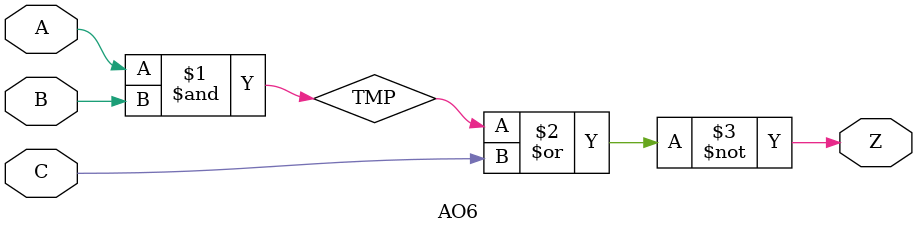
<source format=v>
/*******************************************************************************************************
 * ECE 527L
 * Ussash Arafat
 *
 * Library: lsi_10k
 * Target Cell: AO6
 * ***************************************************************************************************
 * 3 input AND-NOR
 * ***************************************************************************************************/

`timescale 1ns/1ps //Declaring referernce time and time precision

module AO6(A,B,C,Z);

// I/O declaration
input A,B,C;
output Z;

//Internal signals
wire TMP;

//Describing operations using built-in-primitives
and (TMP,A,B);
nor(Z,TMP,C);

//Specifying delays
specify
specparam
BEST_RISE=0.30, BEST_FALL=0.10,
TYP_RISE=1.1, TYP_FALL=0.365,
WORST_RISE=1.90, WORST_FALL=0.63;
//Rise time and fall time in full connection  with Best, Typical and worst conditions
(A, B, C *> Z) = (BEST_RISE:TYP_RISE:WORST_RISE,BEST_FALL:TYP_FALL:WORST_FALL);
endspecify
endmodule

</source>
